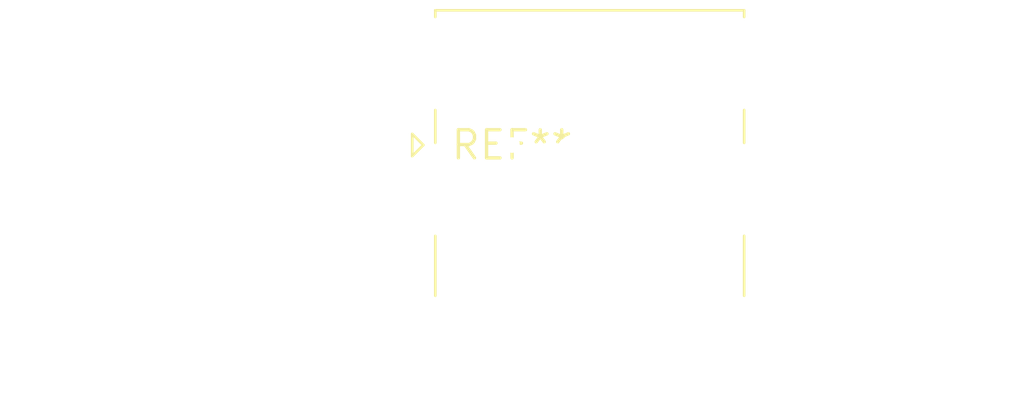
<source format=kicad_pcb>
(kicad_pcb (version 20240108) (generator pcbnew)
  (layers (0 "F.Cu" signal) (31 "B.Cu" signal) (34 "B.Paste" user) (35 "F.Paste" user) (36 "B.SilkS" user "B.Silkscreen") (37 "F.SilkS" user "F.Silkscreen") (38 "B.Mask" user) (39 "F.Mask" user) (44 "Edge.Cuts" user))
  (net 0 "")
  (footprint "USB3_A_Molex_48406-0001_Horizontal_Stacked" (layer "F.Cu") (at 0 0)
    (property "Reference" "REF**")
    (property "Value" "USB3_A_Molex_48406-0001_Horizontal_Stacked")
    (fp_line (start -4.5 -0.5) (end -4.5 0.5) (layer "F.SilkS") (stroke (width 0.12)))
    (fp_line (start -4.5 0.5) (end -4 0) (layer "F.SilkS") (stroke (width 0.12)))
    (fp_line (start -4 0) (end -4.5 -0.5) (layer "F.SilkS") (stroke (width 0.12)))
    (fp_line (start -3.46 -6.08) (end -3.46 -5.78) (layer "F.SilkS") (stroke (width 0.12)))
    (fp_line (start -3.46 -6.08) (end 10.46 -6.08) (layer "F.SilkS") (stroke (width 0.12)))
    (fp_line (start -3.46 -0.1) (end -3.46 -1.58) (layer "F.SilkS") (stroke (width 0.12)))
    (fp_line (start -3.46 6.8) (end -3.46 4.1) (layer "F.SilkS") (stroke (width 0.12)))
    (fp_line (start 10.46 -6.08) (end 10.46 -5.78) (layer "F.SilkS") (stroke (width 0.12)))
    (fp_line (start 10.46 -0.1) (end 10.46 -1.58) (layer "F.SilkS") (stroke (width 0.12)))
    (fp_line (start 10.46 6.8) (end 10.46 4.1) (layer "F.SilkS") (stroke (width 0.12)))
    (pad "1" thru_hole rect (at 0 0) (size 1.2 1.2) (drill 0.7) (layers *.Cu *.Mask) (remove_unused_layers))
    (pad "2" thru_hole circle (at 2.5 0) (size 1.2 1.2) (drill 0.7) (layers *.Cu *.Mask) (remove_unused_layers))
    (pad "3" thru_hole circle (at 4.5 0) (size 1.2 1.2) (drill 0.7) (layers *.Cu *.Mask) (remove_unused_layers))
    (pad "4" thru_hole circle (at 7 0) (size 1.2 1.2) (drill 0.7) (layers *.Cu *.Mask) (remove_unused_layers))
    (pad "5" thru_hole circle (at 7.5 -1.5) (size 1.2 1.2) (drill 0.7) (layers *.Cu *.Mask) (remove_unused_layers))
    (pad "6" thru_hole circle (at 5.5 -1.5) (size 1.2 1.2) (drill 0.7) (layers *.Cu *.Mask) (remove_unused_layers))
    (pad "7" thru_hole circle (at 3.5 -1.5) (size 1.2 1.2) (drill 0.7) (layers *.Cu *.Mask) (remove_unused_layers))
    (pad "8" thru_hole circle (at 1.5 -1.5) (size 1.2 1.2) (drill 0.7) (layers *.Cu *.Mask) (remove_unused_layers))
    (pad "9" thru_hole circle (at -0.5 -1.5) (size 1.2 1.2) (drill 0.7) (layers *.Cu *.Mask) (remove_unused_layers))
    (pad "10" thru_hole circle (at 0 -3.2) (size 1.2 1.2) (drill 0.7) (layers *.Cu *.Mask) (remove_unused_layers))
    (pad "11" thru_hole circle (at 2.5 -3.2) (size 1.2 1.2) (drill 0.7) (layers *.Cu *.Mask) (remove_unused_layers))
    (pad "12" thru_hole circle (at 4.5 -3.2) (size 1.2 1.2) (drill 0.7) (layers *.Cu *.Mask) (remove_unused_layers))
    (pad "13" thru_hole circle (at 7 -3.2) (size 1.2 1.2) (drill 0.7) (layers *.Cu *.Mask) (remove_unused_layers))
    (pad "14" thru_hole circle (at 7.5 -4.7) (size 1.2 1.2) (drill 0.7) (layers *.Cu *.Mask) (remove_unused_layers))
    (pad "15" thru_hole circle (at 5.5 -4.7) (size 1.2 1.2) (drill 0.7) (layers *.Cu *.Mask) (remove_unused_layers))
    (pad "16" thru_hole circle (at 3.5 -4.7) (size 1.2 1.2) (drill 0.7) (layers *.Cu *.Mask) (remove_unused_layers))
    (pad "17" thru_hole circle (at 1.5 -4.7) (size 1.2 1.2) (drill 0.7) (layers *.Cu *.Mask) (remove_unused_layers))
    (pad "18" thru_hole circle (at -0.5 -4.7) (size 1.2 1.2) (drill 0.7) (layers *.Cu *.Mask) (remove_unused_layers))
    (pad "19" thru_hole circle (at -3.07 -3.68) (size 3.5 3.5) (drill 2.3) (layers *.Cu *.Mask) (remove_unused_layers))
    (pad "19" thru_hole circle (at -3.07 2) (size 3.5 3.5) (drill 2.3) (layers *.Cu *.Mask) (remove_unused_layers))
    (pad "19" thru_hole circle (at 10.07 -3.68) (size 3.5 3.5) (drill 2.3) (layers *.Cu *.Mask) (remove_unused_layers))
    (pad "19" thru_hole circle (at 10.07 2) (size 3.5 3.5) (drill 2.3) (layers *.Cu *.Mask) (remove_unused_layers))
  )
)
</source>
